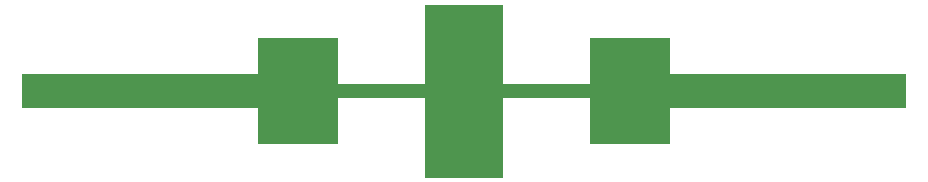
<source format=gbr>
G04 AWR Design Environment 17.04 *
G04 RS274-X Output Version 0.1 *
%FSLAX36Y36*%
%MOMM*%
%ADD10C,.010*%

%LPD*%
G36*
X-13169000Y-3131000D02*
G01*
Y739915D01*
X-20530000D01*
Y-5988000D01*
X-27107000D01*
Y739915D01*
X-34468000D01*
Y-3131000D01*
X-41229000D01*
Y-110000D01*
X-61229000D01*
Y2790000D01*
X-41229000D01*
Y5811000D01*
X-34468000D01*
Y1940085D01*
X-27107000D01*
Y8668000D01*
X-20530000D01*
Y1940085D01*
X-13169000D01*
Y5811000D01*
X-6408000D01*
Y2790000D01*
X13592000D01*
Y-110000D01*
X-6408000D01*
Y-3131000D01*
X-13169000D01*
G37*
G04 End of Data *
M02*

</source>
